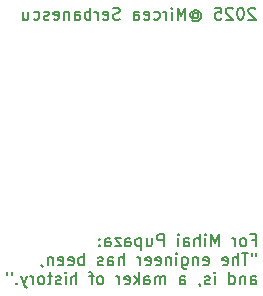
<source format=gbr>
%TF.GenerationSoftware,KiCad,Pcbnew,8.0.3*%
%TF.CreationDate,2025-04-22T23:10:12+03:00*%
%TF.ProjectId,mihai555,6d696861-6935-4353-952e-6b696361645f,rev?*%
%TF.SameCoordinates,Original*%
%TF.FileFunction,Legend,Bot*%
%TF.FilePolarity,Positive*%
%FSLAX46Y46*%
G04 Gerber Fmt 4.6, Leading zero omitted, Abs format (unit mm)*
G04 Created by KiCad (PCBNEW 8.0.3) date 2025-04-22 23:10:12*
%MOMM*%
%LPD*%
G01*
G04 APERTURE LIST*
%ADD10C,0.150000*%
G04 APERTURE END LIST*
D10*
X73329887Y-93426121D02*
X73663220Y-93426121D01*
X73663220Y-93949931D02*
X73663220Y-92949931D01*
X73663220Y-92949931D02*
X73187030Y-92949931D01*
X72663220Y-93949931D02*
X72758458Y-93902312D01*
X72758458Y-93902312D02*
X72806077Y-93854692D01*
X72806077Y-93854692D02*
X72853696Y-93759454D01*
X72853696Y-93759454D02*
X72853696Y-93473740D01*
X72853696Y-93473740D02*
X72806077Y-93378502D01*
X72806077Y-93378502D02*
X72758458Y-93330883D01*
X72758458Y-93330883D02*
X72663220Y-93283264D01*
X72663220Y-93283264D02*
X72520363Y-93283264D01*
X72520363Y-93283264D02*
X72425125Y-93330883D01*
X72425125Y-93330883D02*
X72377506Y-93378502D01*
X72377506Y-93378502D02*
X72329887Y-93473740D01*
X72329887Y-93473740D02*
X72329887Y-93759454D01*
X72329887Y-93759454D02*
X72377506Y-93854692D01*
X72377506Y-93854692D02*
X72425125Y-93902312D01*
X72425125Y-93902312D02*
X72520363Y-93949931D01*
X72520363Y-93949931D02*
X72663220Y-93949931D01*
X71901315Y-93949931D02*
X71901315Y-93283264D01*
X71901315Y-93473740D02*
X71853696Y-93378502D01*
X71853696Y-93378502D02*
X71806077Y-93330883D01*
X71806077Y-93330883D02*
X71710839Y-93283264D01*
X71710839Y-93283264D02*
X71615601Y-93283264D01*
X70520362Y-93949931D02*
X70520362Y-92949931D01*
X70520362Y-92949931D02*
X70187029Y-93664216D01*
X70187029Y-93664216D02*
X69853696Y-92949931D01*
X69853696Y-92949931D02*
X69853696Y-93949931D01*
X69377505Y-93949931D02*
X69377505Y-93283264D01*
X69377505Y-92949931D02*
X69425124Y-92997550D01*
X69425124Y-92997550D02*
X69377505Y-93045169D01*
X69377505Y-93045169D02*
X69329886Y-92997550D01*
X69329886Y-92997550D02*
X69377505Y-92949931D01*
X69377505Y-92949931D02*
X69377505Y-93045169D01*
X68901315Y-93949931D02*
X68901315Y-92949931D01*
X68472744Y-93949931D02*
X68472744Y-93426121D01*
X68472744Y-93426121D02*
X68520363Y-93330883D01*
X68520363Y-93330883D02*
X68615601Y-93283264D01*
X68615601Y-93283264D02*
X68758458Y-93283264D01*
X68758458Y-93283264D02*
X68853696Y-93330883D01*
X68853696Y-93330883D02*
X68901315Y-93378502D01*
X67567982Y-93949931D02*
X67567982Y-93426121D01*
X67567982Y-93426121D02*
X67615601Y-93330883D01*
X67615601Y-93330883D02*
X67710839Y-93283264D01*
X67710839Y-93283264D02*
X67901315Y-93283264D01*
X67901315Y-93283264D02*
X67996553Y-93330883D01*
X67567982Y-93902312D02*
X67663220Y-93949931D01*
X67663220Y-93949931D02*
X67901315Y-93949931D01*
X67901315Y-93949931D02*
X67996553Y-93902312D01*
X67996553Y-93902312D02*
X68044172Y-93807073D01*
X68044172Y-93807073D02*
X68044172Y-93711835D01*
X68044172Y-93711835D02*
X67996553Y-93616597D01*
X67996553Y-93616597D02*
X67901315Y-93568978D01*
X67901315Y-93568978D02*
X67663220Y-93568978D01*
X67663220Y-93568978D02*
X67567982Y-93521359D01*
X67091791Y-93949931D02*
X67091791Y-93283264D01*
X67091791Y-92949931D02*
X67139410Y-92997550D01*
X67139410Y-92997550D02*
X67091791Y-93045169D01*
X67091791Y-93045169D02*
X67044172Y-92997550D01*
X67044172Y-92997550D02*
X67091791Y-92949931D01*
X67091791Y-92949931D02*
X67091791Y-93045169D01*
X65853696Y-93949931D02*
X65853696Y-92949931D01*
X65853696Y-92949931D02*
X65472744Y-92949931D01*
X65472744Y-92949931D02*
X65377506Y-92997550D01*
X65377506Y-92997550D02*
X65329887Y-93045169D01*
X65329887Y-93045169D02*
X65282268Y-93140407D01*
X65282268Y-93140407D02*
X65282268Y-93283264D01*
X65282268Y-93283264D02*
X65329887Y-93378502D01*
X65329887Y-93378502D02*
X65377506Y-93426121D01*
X65377506Y-93426121D02*
X65472744Y-93473740D01*
X65472744Y-93473740D02*
X65853696Y-93473740D01*
X64425125Y-93283264D02*
X64425125Y-93949931D01*
X64853696Y-93283264D02*
X64853696Y-93807073D01*
X64853696Y-93807073D02*
X64806077Y-93902312D01*
X64806077Y-93902312D02*
X64710839Y-93949931D01*
X64710839Y-93949931D02*
X64567982Y-93949931D01*
X64567982Y-93949931D02*
X64472744Y-93902312D01*
X64472744Y-93902312D02*
X64425125Y-93854692D01*
X63948934Y-93283264D02*
X63948934Y-94283264D01*
X63948934Y-93330883D02*
X63853696Y-93283264D01*
X63853696Y-93283264D02*
X63663220Y-93283264D01*
X63663220Y-93283264D02*
X63567982Y-93330883D01*
X63567982Y-93330883D02*
X63520363Y-93378502D01*
X63520363Y-93378502D02*
X63472744Y-93473740D01*
X63472744Y-93473740D02*
X63472744Y-93759454D01*
X63472744Y-93759454D02*
X63520363Y-93854692D01*
X63520363Y-93854692D02*
X63567982Y-93902312D01*
X63567982Y-93902312D02*
X63663220Y-93949931D01*
X63663220Y-93949931D02*
X63853696Y-93949931D01*
X63853696Y-93949931D02*
X63948934Y-93902312D01*
X62615601Y-93949931D02*
X62615601Y-93426121D01*
X62615601Y-93426121D02*
X62663220Y-93330883D01*
X62663220Y-93330883D02*
X62758458Y-93283264D01*
X62758458Y-93283264D02*
X62948934Y-93283264D01*
X62948934Y-93283264D02*
X63044172Y-93330883D01*
X62615601Y-93902312D02*
X62710839Y-93949931D01*
X62710839Y-93949931D02*
X62948934Y-93949931D01*
X62948934Y-93949931D02*
X63044172Y-93902312D01*
X63044172Y-93902312D02*
X63091791Y-93807073D01*
X63091791Y-93807073D02*
X63091791Y-93711835D01*
X63091791Y-93711835D02*
X63044172Y-93616597D01*
X63044172Y-93616597D02*
X62948934Y-93568978D01*
X62948934Y-93568978D02*
X62710839Y-93568978D01*
X62710839Y-93568978D02*
X62615601Y-93521359D01*
X62234648Y-93283264D02*
X61710839Y-93283264D01*
X61710839Y-93283264D02*
X62234648Y-93949931D01*
X62234648Y-93949931D02*
X61710839Y-93949931D01*
X60901315Y-93949931D02*
X60901315Y-93426121D01*
X60901315Y-93426121D02*
X60948934Y-93330883D01*
X60948934Y-93330883D02*
X61044172Y-93283264D01*
X61044172Y-93283264D02*
X61234648Y-93283264D01*
X61234648Y-93283264D02*
X61329886Y-93330883D01*
X60901315Y-93902312D02*
X60996553Y-93949931D01*
X60996553Y-93949931D02*
X61234648Y-93949931D01*
X61234648Y-93949931D02*
X61329886Y-93902312D01*
X61329886Y-93902312D02*
X61377505Y-93807073D01*
X61377505Y-93807073D02*
X61377505Y-93711835D01*
X61377505Y-93711835D02*
X61329886Y-93616597D01*
X61329886Y-93616597D02*
X61234648Y-93568978D01*
X61234648Y-93568978D02*
X60996553Y-93568978D01*
X60996553Y-93568978D02*
X60901315Y-93521359D01*
X60425124Y-93854692D02*
X60377505Y-93902312D01*
X60377505Y-93902312D02*
X60425124Y-93949931D01*
X60425124Y-93949931D02*
X60472743Y-93902312D01*
X60472743Y-93902312D02*
X60425124Y-93854692D01*
X60425124Y-93854692D02*
X60425124Y-93949931D01*
X60425124Y-93330883D02*
X60377505Y-93378502D01*
X60377505Y-93378502D02*
X60425124Y-93426121D01*
X60425124Y-93426121D02*
X60472743Y-93378502D01*
X60472743Y-93378502D02*
X60425124Y-93330883D01*
X60425124Y-93330883D02*
X60425124Y-93426121D01*
X73710839Y-94559875D02*
X73710839Y-94750351D01*
X73329887Y-94559875D02*
X73329887Y-94750351D01*
X73044172Y-94559875D02*
X72472744Y-94559875D01*
X72758458Y-95559875D02*
X72758458Y-94559875D01*
X72139410Y-95559875D02*
X72139410Y-94559875D01*
X71710839Y-95559875D02*
X71710839Y-95036065D01*
X71710839Y-95036065D02*
X71758458Y-94940827D01*
X71758458Y-94940827D02*
X71853696Y-94893208D01*
X71853696Y-94893208D02*
X71996553Y-94893208D01*
X71996553Y-94893208D02*
X72091791Y-94940827D01*
X72091791Y-94940827D02*
X72139410Y-94988446D01*
X70853696Y-95512256D02*
X70948934Y-95559875D01*
X70948934Y-95559875D02*
X71139410Y-95559875D01*
X71139410Y-95559875D02*
X71234648Y-95512256D01*
X71234648Y-95512256D02*
X71282267Y-95417017D01*
X71282267Y-95417017D02*
X71282267Y-95036065D01*
X71282267Y-95036065D02*
X71234648Y-94940827D01*
X71234648Y-94940827D02*
X71139410Y-94893208D01*
X71139410Y-94893208D02*
X70948934Y-94893208D01*
X70948934Y-94893208D02*
X70853696Y-94940827D01*
X70853696Y-94940827D02*
X70806077Y-95036065D01*
X70806077Y-95036065D02*
X70806077Y-95131303D01*
X70806077Y-95131303D02*
X71282267Y-95226541D01*
X69234648Y-95512256D02*
X69329886Y-95559875D01*
X69329886Y-95559875D02*
X69520362Y-95559875D01*
X69520362Y-95559875D02*
X69615600Y-95512256D01*
X69615600Y-95512256D02*
X69663219Y-95417017D01*
X69663219Y-95417017D02*
X69663219Y-95036065D01*
X69663219Y-95036065D02*
X69615600Y-94940827D01*
X69615600Y-94940827D02*
X69520362Y-94893208D01*
X69520362Y-94893208D02*
X69329886Y-94893208D01*
X69329886Y-94893208D02*
X69234648Y-94940827D01*
X69234648Y-94940827D02*
X69187029Y-95036065D01*
X69187029Y-95036065D02*
X69187029Y-95131303D01*
X69187029Y-95131303D02*
X69663219Y-95226541D01*
X68758457Y-94893208D02*
X68758457Y-95559875D01*
X68758457Y-94988446D02*
X68710838Y-94940827D01*
X68710838Y-94940827D02*
X68615600Y-94893208D01*
X68615600Y-94893208D02*
X68472743Y-94893208D01*
X68472743Y-94893208D02*
X68377505Y-94940827D01*
X68377505Y-94940827D02*
X68329886Y-95036065D01*
X68329886Y-95036065D02*
X68329886Y-95559875D01*
X67425124Y-94893208D02*
X67425124Y-95702732D01*
X67425124Y-95702732D02*
X67472743Y-95797970D01*
X67472743Y-95797970D02*
X67520362Y-95845589D01*
X67520362Y-95845589D02*
X67615600Y-95893208D01*
X67615600Y-95893208D02*
X67758457Y-95893208D01*
X67758457Y-95893208D02*
X67853695Y-95845589D01*
X67425124Y-95512256D02*
X67520362Y-95559875D01*
X67520362Y-95559875D02*
X67710838Y-95559875D01*
X67710838Y-95559875D02*
X67806076Y-95512256D01*
X67806076Y-95512256D02*
X67853695Y-95464636D01*
X67853695Y-95464636D02*
X67901314Y-95369398D01*
X67901314Y-95369398D02*
X67901314Y-95083684D01*
X67901314Y-95083684D02*
X67853695Y-94988446D01*
X67853695Y-94988446D02*
X67806076Y-94940827D01*
X67806076Y-94940827D02*
X67710838Y-94893208D01*
X67710838Y-94893208D02*
X67520362Y-94893208D01*
X67520362Y-94893208D02*
X67425124Y-94940827D01*
X66948933Y-95559875D02*
X66948933Y-94893208D01*
X66948933Y-94559875D02*
X66996552Y-94607494D01*
X66996552Y-94607494D02*
X66948933Y-94655113D01*
X66948933Y-94655113D02*
X66901314Y-94607494D01*
X66901314Y-94607494D02*
X66948933Y-94559875D01*
X66948933Y-94559875D02*
X66948933Y-94655113D01*
X66472743Y-94893208D02*
X66472743Y-95559875D01*
X66472743Y-94988446D02*
X66425124Y-94940827D01*
X66425124Y-94940827D02*
X66329886Y-94893208D01*
X66329886Y-94893208D02*
X66187029Y-94893208D01*
X66187029Y-94893208D02*
X66091791Y-94940827D01*
X66091791Y-94940827D02*
X66044172Y-95036065D01*
X66044172Y-95036065D02*
X66044172Y-95559875D01*
X65187029Y-95512256D02*
X65282267Y-95559875D01*
X65282267Y-95559875D02*
X65472743Y-95559875D01*
X65472743Y-95559875D02*
X65567981Y-95512256D01*
X65567981Y-95512256D02*
X65615600Y-95417017D01*
X65615600Y-95417017D02*
X65615600Y-95036065D01*
X65615600Y-95036065D02*
X65567981Y-94940827D01*
X65567981Y-94940827D02*
X65472743Y-94893208D01*
X65472743Y-94893208D02*
X65282267Y-94893208D01*
X65282267Y-94893208D02*
X65187029Y-94940827D01*
X65187029Y-94940827D02*
X65139410Y-95036065D01*
X65139410Y-95036065D02*
X65139410Y-95131303D01*
X65139410Y-95131303D02*
X65615600Y-95226541D01*
X64329886Y-95512256D02*
X64425124Y-95559875D01*
X64425124Y-95559875D02*
X64615600Y-95559875D01*
X64615600Y-95559875D02*
X64710838Y-95512256D01*
X64710838Y-95512256D02*
X64758457Y-95417017D01*
X64758457Y-95417017D02*
X64758457Y-95036065D01*
X64758457Y-95036065D02*
X64710838Y-94940827D01*
X64710838Y-94940827D02*
X64615600Y-94893208D01*
X64615600Y-94893208D02*
X64425124Y-94893208D01*
X64425124Y-94893208D02*
X64329886Y-94940827D01*
X64329886Y-94940827D02*
X64282267Y-95036065D01*
X64282267Y-95036065D02*
X64282267Y-95131303D01*
X64282267Y-95131303D02*
X64758457Y-95226541D01*
X63853695Y-95559875D02*
X63853695Y-94893208D01*
X63853695Y-95083684D02*
X63806076Y-94988446D01*
X63806076Y-94988446D02*
X63758457Y-94940827D01*
X63758457Y-94940827D02*
X63663219Y-94893208D01*
X63663219Y-94893208D02*
X63567981Y-94893208D01*
X62472742Y-95559875D02*
X62472742Y-94559875D01*
X62044171Y-95559875D02*
X62044171Y-95036065D01*
X62044171Y-95036065D02*
X62091790Y-94940827D01*
X62091790Y-94940827D02*
X62187028Y-94893208D01*
X62187028Y-94893208D02*
X62329885Y-94893208D01*
X62329885Y-94893208D02*
X62425123Y-94940827D01*
X62425123Y-94940827D02*
X62472742Y-94988446D01*
X61139409Y-95559875D02*
X61139409Y-95036065D01*
X61139409Y-95036065D02*
X61187028Y-94940827D01*
X61187028Y-94940827D02*
X61282266Y-94893208D01*
X61282266Y-94893208D02*
X61472742Y-94893208D01*
X61472742Y-94893208D02*
X61567980Y-94940827D01*
X61139409Y-95512256D02*
X61234647Y-95559875D01*
X61234647Y-95559875D02*
X61472742Y-95559875D01*
X61472742Y-95559875D02*
X61567980Y-95512256D01*
X61567980Y-95512256D02*
X61615599Y-95417017D01*
X61615599Y-95417017D02*
X61615599Y-95321779D01*
X61615599Y-95321779D02*
X61567980Y-95226541D01*
X61567980Y-95226541D02*
X61472742Y-95178922D01*
X61472742Y-95178922D02*
X61234647Y-95178922D01*
X61234647Y-95178922D02*
X61139409Y-95131303D01*
X60710837Y-95512256D02*
X60615599Y-95559875D01*
X60615599Y-95559875D02*
X60425123Y-95559875D01*
X60425123Y-95559875D02*
X60329885Y-95512256D01*
X60329885Y-95512256D02*
X60282266Y-95417017D01*
X60282266Y-95417017D02*
X60282266Y-95369398D01*
X60282266Y-95369398D02*
X60329885Y-95274160D01*
X60329885Y-95274160D02*
X60425123Y-95226541D01*
X60425123Y-95226541D02*
X60567980Y-95226541D01*
X60567980Y-95226541D02*
X60663218Y-95178922D01*
X60663218Y-95178922D02*
X60710837Y-95083684D01*
X60710837Y-95083684D02*
X60710837Y-95036065D01*
X60710837Y-95036065D02*
X60663218Y-94940827D01*
X60663218Y-94940827D02*
X60567980Y-94893208D01*
X60567980Y-94893208D02*
X60425123Y-94893208D01*
X60425123Y-94893208D02*
X60329885Y-94940827D01*
X59091789Y-95559875D02*
X59091789Y-94559875D01*
X59091789Y-94940827D02*
X58996551Y-94893208D01*
X58996551Y-94893208D02*
X58806075Y-94893208D01*
X58806075Y-94893208D02*
X58710837Y-94940827D01*
X58710837Y-94940827D02*
X58663218Y-94988446D01*
X58663218Y-94988446D02*
X58615599Y-95083684D01*
X58615599Y-95083684D02*
X58615599Y-95369398D01*
X58615599Y-95369398D02*
X58663218Y-95464636D01*
X58663218Y-95464636D02*
X58710837Y-95512256D01*
X58710837Y-95512256D02*
X58806075Y-95559875D01*
X58806075Y-95559875D02*
X58996551Y-95559875D01*
X58996551Y-95559875D02*
X59091789Y-95512256D01*
X57806075Y-95512256D02*
X57901313Y-95559875D01*
X57901313Y-95559875D02*
X58091789Y-95559875D01*
X58091789Y-95559875D02*
X58187027Y-95512256D01*
X58187027Y-95512256D02*
X58234646Y-95417017D01*
X58234646Y-95417017D02*
X58234646Y-95036065D01*
X58234646Y-95036065D02*
X58187027Y-94940827D01*
X58187027Y-94940827D02*
X58091789Y-94893208D01*
X58091789Y-94893208D02*
X57901313Y-94893208D01*
X57901313Y-94893208D02*
X57806075Y-94940827D01*
X57806075Y-94940827D02*
X57758456Y-95036065D01*
X57758456Y-95036065D02*
X57758456Y-95131303D01*
X57758456Y-95131303D02*
X58234646Y-95226541D01*
X56948932Y-95512256D02*
X57044170Y-95559875D01*
X57044170Y-95559875D02*
X57234646Y-95559875D01*
X57234646Y-95559875D02*
X57329884Y-95512256D01*
X57329884Y-95512256D02*
X57377503Y-95417017D01*
X57377503Y-95417017D02*
X57377503Y-95036065D01*
X57377503Y-95036065D02*
X57329884Y-94940827D01*
X57329884Y-94940827D02*
X57234646Y-94893208D01*
X57234646Y-94893208D02*
X57044170Y-94893208D01*
X57044170Y-94893208D02*
X56948932Y-94940827D01*
X56948932Y-94940827D02*
X56901313Y-95036065D01*
X56901313Y-95036065D02*
X56901313Y-95131303D01*
X56901313Y-95131303D02*
X57377503Y-95226541D01*
X56472741Y-94893208D02*
X56472741Y-95559875D01*
X56472741Y-94988446D02*
X56425122Y-94940827D01*
X56425122Y-94940827D02*
X56329884Y-94893208D01*
X56329884Y-94893208D02*
X56187027Y-94893208D01*
X56187027Y-94893208D02*
X56091789Y-94940827D01*
X56091789Y-94940827D02*
X56044170Y-95036065D01*
X56044170Y-95036065D02*
X56044170Y-95559875D01*
X55520360Y-95512256D02*
X55520360Y-95559875D01*
X55520360Y-95559875D02*
X55567979Y-95655113D01*
X55567979Y-95655113D02*
X55615598Y-95702732D01*
X73234649Y-97169819D02*
X73234649Y-96646009D01*
X73234649Y-96646009D02*
X73282268Y-96550771D01*
X73282268Y-96550771D02*
X73377506Y-96503152D01*
X73377506Y-96503152D02*
X73567982Y-96503152D01*
X73567982Y-96503152D02*
X73663220Y-96550771D01*
X73234649Y-97122200D02*
X73329887Y-97169819D01*
X73329887Y-97169819D02*
X73567982Y-97169819D01*
X73567982Y-97169819D02*
X73663220Y-97122200D01*
X73663220Y-97122200D02*
X73710839Y-97026961D01*
X73710839Y-97026961D02*
X73710839Y-96931723D01*
X73710839Y-96931723D02*
X73663220Y-96836485D01*
X73663220Y-96836485D02*
X73567982Y-96788866D01*
X73567982Y-96788866D02*
X73329887Y-96788866D01*
X73329887Y-96788866D02*
X73234649Y-96741247D01*
X72758458Y-96503152D02*
X72758458Y-97169819D01*
X72758458Y-96598390D02*
X72710839Y-96550771D01*
X72710839Y-96550771D02*
X72615601Y-96503152D01*
X72615601Y-96503152D02*
X72472744Y-96503152D01*
X72472744Y-96503152D02*
X72377506Y-96550771D01*
X72377506Y-96550771D02*
X72329887Y-96646009D01*
X72329887Y-96646009D02*
X72329887Y-97169819D01*
X71425125Y-97169819D02*
X71425125Y-96169819D01*
X71425125Y-97122200D02*
X71520363Y-97169819D01*
X71520363Y-97169819D02*
X71710839Y-97169819D01*
X71710839Y-97169819D02*
X71806077Y-97122200D01*
X71806077Y-97122200D02*
X71853696Y-97074580D01*
X71853696Y-97074580D02*
X71901315Y-96979342D01*
X71901315Y-96979342D02*
X71901315Y-96693628D01*
X71901315Y-96693628D02*
X71853696Y-96598390D01*
X71853696Y-96598390D02*
X71806077Y-96550771D01*
X71806077Y-96550771D02*
X71710839Y-96503152D01*
X71710839Y-96503152D02*
X71520363Y-96503152D01*
X71520363Y-96503152D02*
X71425125Y-96550771D01*
X70187029Y-97169819D02*
X70187029Y-96503152D01*
X70187029Y-96169819D02*
X70234648Y-96217438D01*
X70234648Y-96217438D02*
X70187029Y-96265057D01*
X70187029Y-96265057D02*
X70139410Y-96217438D01*
X70139410Y-96217438D02*
X70187029Y-96169819D01*
X70187029Y-96169819D02*
X70187029Y-96265057D01*
X69758458Y-97122200D02*
X69663220Y-97169819D01*
X69663220Y-97169819D02*
X69472744Y-97169819D01*
X69472744Y-97169819D02*
X69377506Y-97122200D01*
X69377506Y-97122200D02*
X69329887Y-97026961D01*
X69329887Y-97026961D02*
X69329887Y-96979342D01*
X69329887Y-96979342D02*
X69377506Y-96884104D01*
X69377506Y-96884104D02*
X69472744Y-96836485D01*
X69472744Y-96836485D02*
X69615601Y-96836485D01*
X69615601Y-96836485D02*
X69710839Y-96788866D01*
X69710839Y-96788866D02*
X69758458Y-96693628D01*
X69758458Y-96693628D02*
X69758458Y-96646009D01*
X69758458Y-96646009D02*
X69710839Y-96550771D01*
X69710839Y-96550771D02*
X69615601Y-96503152D01*
X69615601Y-96503152D02*
X69472744Y-96503152D01*
X69472744Y-96503152D02*
X69377506Y-96550771D01*
X68853696Y-97122200D02*
X68853696Y-97169819D01*
X68853696Y-97169819D02*
X68901315Y-97265057D01*
X68901315Y-97265057D02*
X68948934Y-97312676D01*
X67234649Y-97169819D02*
X67234649Y-96646009D01*
X67234649Y-96646009D02*
X67282268Y-96550771D01*
X67282268Y-96550771D02*
X67377506Y-96503152D01*
X67377506Y-96503152D02*
X67567982Y-96503152D01*
X67567982Y-96503152D02*
X67663220Y-96550771D01*
X67234649Y-97122200D02*
X67329887Y-97169819D01*
X67329887Y-97169819D02*
X67567982Y-97169819D01*
X67567982Y-97169819D02*
X67663220Y-97122200D01*
X67663220Y-97122200D02*
X67710839Y-97026961D01*
X67710839Y-97026961D02*
X67710839Y-96931723D01*
X67710839Y-96931723D02*
X67663220Y-96836485D01*
X67663220Y-96836485D02*
X67567982Y-96788866D01*
X67567982Y-96788866D02*
X67329887Y-96788866D01*
X67329887Y-96788866D02*
X67234649Y-96741247D01*
X65996553Y-97169819D02*
X65996553Y-96503152D01*
X65996553Y-96598390D02*
X65948934Y-96550771D01*
X65948934Y-96550771D02*
X65853696Y-96503152D01*
X65853696Y-96503152D02*
X65710839Y-96503152D01*
X65710839Y-96503152D02*
X65615601Y-96550771D01*
X65615601Y-96550771D02*
X65567982Y-96646009D01*
X65567982Y-96646009D02*
X65567982Y-97169819D01*
X65567982Y-96646009D02*
X65520363Y-96550771D01*
X65520363Y-96550771D02*
X65425125Y-96503152D01*
X65425125Y-96503152D02*
X65282268Y-96503152D01*
X65282268Y-96503152D02*
X65187029Y-96550771D01*
X65187029Y-96550771D02*
X65139410Y-96646009D01*
X65139410Y-96646009D02*
X65139410Y-97169819D01*
X64234649Y-97169819D02*
X64234649Y-96646009D01*
X64234649Y-96646009D02*
X64282268Y-96550771D01*
X64282268Y-96550771D02*
X64377506Y-96503152D01*
X64377506Y-96503152D02*
X64567982Y-96503152D01*
X64567982Y-96503152D02*
X64663220Y-96550771D01*
X64234649Y-97122200D02*
X64329887Y-97169819D01*
X64329887Y-97169819D02*
X64567982Y-97169819D01*
X64567982Y-97169819D02*
X64663220Y-97122200D01*
X64663220Y-97122200D02*
X64710839Y-97026961D01*
X64710839Y-97026961D02*
X64710839Y-96931723D01*
X64710839Y-96931723D02*
X64663220Y-96836485D01*
X64663220Y-96836485D02*
X64567982Y-96788866D01*
X64567982Y-96788866D02*
X64329887Y-96788866D01*
X64329887Y-96788866D02*
X64234649Y-96741247D01*
X63758458Y-97169819D02*
X63758458Y-96169819D01*
X63663220Y-96788866D02*
X63377506Y-97169819D01*
X63377506Y-96503152D02*
X63758458Y-96884104D01*
X62567982Y-97122200D02*
X62663220Y-97169819D01*
X62663220Y-97169819D02*
X62853696Y-97169819D01*
X62853696Y-97169819D02*
X62948934Y-97122200D01*
X62948934Y-97122200D02*
X62996553Y-97026961D01*
X62996553Y-97026961D02*
X62996553Y-96646009D01*
X62996553Y-96646009D02*
X62948934Y-96550771D01*
X62948934Y-96550771D02*
X62853696Y-96503152D01*
X62853696Y-96503152D02*
X62663220Y-96503152D01*
X62663220Y-96503152D02*
X62567982Y-96550771D01*
X62567982Y-96550771D02*
X62520363Y-96646009D01*
X62520363Y-96646009D02*
X62520363Y-96741247D01*
X62520363Y-96741247D02*
X62996553Y-96836485D01*
X62091791Y-97169819D02*
X62091791Y-96503152D01*
X62091791Y-96693628D02*
X62044172Y-96598390D01*
X62044172Y-96598390D02*
X61996553Y-96550771D01*
X61996553Y-96550771D02*
X61901315Y-96503152D01*
X61901315Y-96503152D02*
X61806077Y-96503152D01*
X60567981Y-97169819D02*
X60663219Y-97122200D01*
X60663219Y-97122200D02*
X60710838Y-97074580D01*
X60710838Y-97074580D02*
X60758457Y-96979342D01*
X60758457Y-96979342D02*
X60758457Y-96693628D01*
X60758457Y-96693628D02*
X60710838Y-96598390D01*
X60710838Y-96598390D02*
X60663219Y-96550771D01*
X60663219Y-96550771D02*
X60567981Y-96503152D01*
X60567981Y-96503152D02*
X60425124Y-96503152D01*
X60425124Y-96503152D02*
X60329886Y-96550771D01*
X60329886Y-96550771D02*
X60282267Y-96598390D01*
X60282267Y-96598390D02*
X60234648Y-96693628D01*
X60234648Y-96693628D02*
X60234648Y-96979342D01*
X60234648Y-96979342D02*
X60282267Y-97074580D01*
X60282267Y-97074580D02*
X60329886Y-97122200D01*
X60329886Y-97122200D02*
X60425124Y-97169819D01*
X60425124Y-97169819D02*
X60567981Y-97169819D01*
X59948933Y-96503152D02*
X59567981Y-96503152D01*
X59806076Y-97169819D02*
X59806076Y-96312676D01*
X59806076Y-96312676D02*
X59758457Y-96217438D01*
X59758457Y-96217438D02*
X59663219Y-96169819D01*
X59663219Y-96169819D02*
X59567981Y-96169819D01*
X58472742Y-97169819D02*
X58472742Y-96169819D01*
X58044171Y-97169819D02*
X58044171Y-96646009D01*
X58044171Y-96646009D02*
X58091790Y-96550771D01*
X58091790Y-96550771D02*
X58187028Y-96503152D01*
X58187028Y-96503152D02*
X58329885Y-96503152D01*
X58329885Y-96503152D02*
X58425123Y-96550771D01*
X58425123Y-96550771D02*
X58472742Y-96598390D01*
X57567980Y-97169819D02*
X57567980Y-96503152D01*
X57567980Y-96169819D02*
X57615599Y-96217438D01*
X57615599Y-96217438D02*
X57567980Y-96265057D01*
X57567980Y-96265057D02*
X57520361Y-96217438D01*
X57520361Y-96217438D02*
X57567980Y-96169819D01*
X57567980Y-96169819D02*
X57567980Y-96265057D01*
X57139409Y-97122200D02*
X57044171Y-97169819D01*
X57044171Y-97169819D02*
X56853695Y-97169819D01*
X56853695Y-97169819D02*
X56758457Y-97122200D01*
X56758457Y-97122200D02*
X56710838Y-97026961D01*
X56710838Y-97026961D02*
X56710838Y-96979342D01*
X56710838Y-96979342D02*
X56758457Y-96884104D01*
X56758457Y-96884104D02*
X56853695Y-96836485D01*
X56853695Y-96836485D02*
X56996552Y-96836485D01*
X56996552Y-96836485D02*
X57091790Y-96788866D01*
X57091790Y-96788866D02*
X57139409Y-96693628D01*
X57139409Y-96693628D02*
X57139409Y-96646009D01*
X57139409Y-96646009D02*
X57091790Y-96550771D01*
X57091790Y-96550771D02*
X56996552Y-96503152D01*
X56996552Y-96503152D02*
X56853695Y-96503152D01*
X56853695Y-96503152D02*
X56758457Y-96550771D01*
X56425123Y-96503152D02*
X56044171Y-96503152D01*
X56282266Y-96169819D02*
X56282266Y-97026961D01*
X56282266Y-97026961D02*
X56234647Y-97122200D01*
X56234647Y-97122200D02*
X56139409Y-97169819D01*
X56139409Y-97169819D02*
X56044171Y-97169819D01*
X55567980Y-97169819D02*
X55663218Y-97122200D01*
X55663218Y-97122200D02*
X55710837Y-97074580D01*
X55710837Y-97074580D02*
X55758456Y-96979342D01*
X55758456Y-96979342D02*
X55758456Y-96693628D01*
X55758456Y-96693628D02*
X55710837Y-96598390D01*
X55710837Y-96598390D02*
X55663218Y-96550771D01*
X55663218Y-96550771D02*
X55567980Y-96503152D01*
X55567980Y-96503152D02*
X55425123Y-96503152D01*
X55425123Y-96503152D02*
X55329885Y-96550771D01*
X55329885Y-96550771D02*
X55282266Y-96598390D01*
X55282266Y-96598390D02*
X55234647Y-96693628D01*
X55234647Y-96693628D02*
X55234647Y-96979342D01*
X55234647Y-96979342D02*
X55282266Y-97074580D01*
X55282266Y-97074580D02*
X55329885Y-97122200D01*
X55329885Y-97122200D02*
X55425123Y-97169819D01*
X55425123Y-97169819D02*
X55567980Y-97169819D01*
X54806075Y-97169819D02*
X54806075Y-96503152D01*
X54806075Y-96693628D02*
X54758456Y-96598390D01*
X54758456Y-96598390D02*
X54710837Y-96550771D01*
X54710837Y-96550771D02*
X54615599Y-96503152D01*
X54615599Y-96503152D02*
X54520361Y-96503152D01*
X54282265Y-96503152D02*
X54044170Y-97169819D01*
X53806075Y-96503152D02*
X54044170Y-97169819D01*
X54044170Y-97169819D02*
X54139408Y-97407914D01*
X54139408Y-97407914D02*
X54187027Y-97455533D01*
X54187027Y-97455533D02*
X54282265Y-97503152D01*
X53425122Y-97074580D02*
X53377503Y-97122200D01*
X53377503Y-97122200D02*
X53425122Y-97169819D01*
X53425122Y-97169819D02*
X53472741Y-97122200D01*
X53472741Y-97122200D02*
X53425122Y-97074580D01*
X53425122Y-97074580D02*
X53425122Y-97169819D01*
X52996551Y-96169819D02*
X52996551Y-96360295D01*
X52615599Y-96169819D02*
X52615599Y-96360295D01*
X73610839Y-73865057D02*
X73563220Y-73817438D01*
X73563220Y-73817438D02*
X73467982Y-73769819D01*
X73467982Y-73769819D02*
X73229887Y-73769819D01*
X73229887Y-73769819D02*
X73134649Y-73817438D01*
X73134649Y-73817438D02*
X73087030Y-73865057D01*
X73087030Y-73865057D02*
X73039411Y-73960295D01*
X73039411Y-73960295D02*
X73039411Y-74055533D01*
X73039411Y-74055533D02*
X73087030Y-74198390D01*
X73087030Y-74198390D02*
X73658458Y-74769819D01*
X73658458Y-74769819D02*
X73039411Y-74769819D01*
X72420363Y-73769819D02*
X72325125Y-73769819D01*
X72325125Y-73769819D02*
X72229887Y-73817438D01*
X72229887Y-73817438D02*
X72182268Y-73865057D01*
X72182268Y-73865057D02*
X72134649Y-73960295D01*
X72134649Y-73960295D02*
X72087030Y-74150771D01*
X72087030Y-74150771D02*
X72087030Y-74388866D01*
X72087030Y-74388866D02*
X72134649Y-74579342D01*
X72134649Y-74579342D02*
X72182268Y-74674580D01*
X72182268Y-74674580D02*
X72229887Y-74722200D01*
X72229887Y-74722200D02*
X72325125Y-74769819D01*
X72325125Y-74769819D02*
X72420363Y-74769819D01*
X72420363Y-74769819D02*
X72515601Y-74722200D01*
X72515601Y-74722200D02*
X72563220Y-74674580D01*
X72563220Y-74674580D02*
X72610839Y-74579342D01*
X72610839Y-74579342D02*
X72658458Y-74388866D01*
X72658458Y-74388866D02*
X72658458Y-74150771D01*
X72658458Y-74150771D02*
X72610839Y-73960295D01*
X72610839Y-73960295D02*
X72563220Y-73865057D01*
X72563220Y-73865057D02*
X72515601Y-73817438D01*
X72515601Y-73817438D02*
X72420363Y-73769819D01*
X71706077Y-73865057D02*
X71658458Y-73817438D01*
X71658458Y-73817438D02*
X71563220Y-73769819D01*
X71563220Y-73769819D02*
X71325125Y-73769819D01*
X71325125Y-73769819D02*
X71229887Y-73817438D01*
X71229887Y-73817438D02*
X71182268Y-73865057D01*
X71182268Y-73865057D02*
X71134649Y-73960295D01*
X71134649Y-73960295D02*
X71134649Y-74055533D01*
X71134649Y-74055533D02*
X71182268Y-74198390D01*
X71182268Y-74198390D02*
X71753696Y-74769819D01*
X71753696Y-74769819D02*
X71134649Y-74769819D01*
X70229887Y-73769819D02*
X70706077Y-73769819D01*
X70706077Y-73769819D02*
X70753696Y-74246009D01*
X70753696Y-74246009D02*
X70706077Y-74198390D01*
X70706077Y-74198390D02*
X70610839Y-74150771D01*
X70610839Y-74150771D02*
X70372744Y-74150771D01*
X70372744Y-74150771D02*
X70277506Y-74198390D01*
X70277506Y-74198390D02*
X70229887Y-74246009D01*
X70229887Y-74246009D02*
X70182268Y-74341247D01*
X70182268Y-74341247D02*
X70182268Y-74579342D01*
X70182268Y-74579342D02*
X70229887Y-74674580D01*
X70229887Y-74674580D02*
X70277506Y-74722200D01*
X70277506Y-74722200D02*
X70372744Y-74769819D01*
X70372744Y-74769819D02*
X70610839Y-74769819D01*
X70610839Y-74769819D02*
X70706077Y-74722200D01*
X70706077Y-74722200D02*
X70753696Y-74674580D01*
X68372744Y-74293628D02*
X68420363Y-74246009D01*
X68420363Y-74246009D02*
X68515601Y-74198390D01*
X68515601Y-74198390D02*
X68610839Y-74198390D01*
X68610839Y-74198390D02*
X68706077Y-74246009D01*
X68706077Y-74246009D02*
X68753696Y-74293628D01*
X68753696Y-74293628D02*
X68801315Y-74388866D01*
X68801315Y-74388866D02*
X68801315Y-74484104D01*
X68801315Y-74484104D02*
X68753696Y-74579342D01*
X68753696Y-74579342D02*
X68706077Y-74626961D01*
X68706077Y-74626961D02*
X68610839Y-74674580D01*
X68610839Y-74674580D02*
X68515601Y-74674580D01*
X68515601Y-74674580D02*
X68420363Y-74626961D01*
X68420363Y-74626961D02*
X68372744Y-74579342D01*
X68372744Y-74198390D02*
X68372744Y-74579342D01*
X68372744Y-74579342D02*
X68325125Y-74626961D01*
X68325125Y-74626961D02*
X68277506Y-74626961D01*
X68277506Y-74626961D02*
X68182267Y-74579342D01*
X68182267Y-74579342D02*
X68134648Y-74484104D01*
X68134648Y-74484104D02*
X68134648Y-74246009D01*
X68134648Y-74246009D02*
X68229887Y-74103152D01*
X68229887Y-74103152D02*
X68372744Y-74007914D01*
X68372744Y-74007914D02*
X68563220Y-73960295D01*
X68563220Y-73960295D02*
X68753696Y-74007914D01*
X68753696Y-74007914D02*
X68896553Y-74103152D01*
X68896553Y-74103152D02*
X68991791Y-74246009D01*
X68991791Y-74246009D02*
X69039410Y-74436485D01*
X69039410Y-74436485D02*
X68991791Y-74626961D01*
X68991791Y-74626961D02*
X68896553Y-74769819D01*
X68896553Y-74769819D02*
X68753696Y-74865057D01*
X68753696Y-74865057D02*
X68563220Y-74912676D01*
X68563220Y-74912676D02*
X68372744Y-74865057D01*
X68372744Y-74865057D02*
X68229887Y-74769819D01*
X67706077Y-74769819D02*
X67706077Y-73769819D01*
X67706077Y-73769819D02*
X67372744Y-74484104D01*
X67372744Y-74484104D02*
X67039411Y-73769819D01*
X67039411Y-73769819D02*
X67039411Y-74769819D01*
X66563220Y-74769819D02*
X66563220Y-74103152D01*
X66563220Y-73769819D02*
X66610839Y-73817438D01*
X66610839Y-73817438D02*
X66563220Y-73865057D01*
X66563220Y-73865057D02*
X66515601Y-73817438D01*
X66515601Y-73817438D02*
X66563220Y-73769819D01*
X66563220Y-73769819D02*
X66563220Y-73865057D01*
X66087030Y-74769819D02*
X66087030Y-74103152D01*
X66087030Y-74293628D02*
X66039411Y-74198390D01*
X66039411Y-74198390D02*
X65991792Y-74150771D01*
X65991792Y-74150771D02*
X65896554Y-74103152D01*
X65896554Y-74103152D02*
X65801316Y-74103152D01*
X65039411Y-74722200D02*
X65134649Y-74769819D01*
X65134649Y-74769819D02*
X65325125Y-74769819D01*
X65325125Y-74769819D02*
X65420363Y-74722200D01*
X65420363Y-74722200D02*
X65467982Y-74674580D01*
X65467982Y-74674580D02*
X65515601Y-74579342D01*
X65515601Y-74579342D02*
X65515601Y-74293628D01*
X65515601Y-74293628D02*
X65467982Y-74198390D01*
X65467982Y-74198390D02*
X65420363Y-74150771D01*
X65420363Y-74150771D02*
X65325125Y-74103152D01*
X65325125Y-74103152D02*
X65134649Y-74103152D01*
X65134649Y-74103152D02*
X65039411Y-74150771D01*
X64229887Y-74722200D02*
X64325125Y-74769819D01*
X64325125Y-74769819D02*
X64515601Y-74769819D01*
X64515601Y-74769819D02*
X64610839Y-74722200D01*
X64610839Y-74722200D02*
X64658458Y-74626961D01*
X64658458Y-74626961D02*
X64658458Y-74246009D01*
X64658458Y-74246009D02*
X64610839Y-74150771D01*
X64610839Y-74150771D02*
X64515601Y-74103152D01*
X64515601Y-74103152D02*
X64325125Y-74103152D01*
X64325125Y-74103152D02*
X64229887Y-74150771D01*
X64229887Y-74150771D02*
X64182268Y-74246009D01*
X64182268Y-74246009D02*
X64182268Y-74341247D01*
X64182268Y-74341247D02*
X64658458Y-74436485D01*
X63325125Y-74769819D02*
X63325125Y-74246009D01*
X63325125Y-74246009D02*
X63372744Y-74150771D01*
X63372744Y-74150771D02*
X63467982Y-74103152D01*
X63467982Y-74103152D02*
X63658458Y-74103152D01*
X63658458Y-74103152D02*
X63753696Y-74150771D01*
X63325125Y-74722200D02*
X63420363Y-74769819D01*
X63420363Y-74769819D02*
X63658458Y-74769819D01*
X63658458Y-74769819D02*
X63753696Y-74722200D01*
X63753696Y-74722200D02*
X63801315Y-74626961D01*
X63801315Y-74626961D02*
X63801315Y-74531723D01*
X63801315Y-74531723D02*
X63753696Y-74436485D01*
X63753696Y-74436485D02*
X63658458Y-74388866D01*
X63658458Y-74388866D02*
X63420363Y-74388866D01*
X63420363Y-74388866D02*
X63325125Y-74341247D01*
X62134648Y-74722200D02*
X61991791Y-74769819D01*
X61991791Y-74769819D02*
X61753696Y-74769819D01*
X61753696Y-74769819D02*
X61658458Y-74722200D01*
X61658458Y-74722200D02*
X61610839Y-74674580D01*
X61610839Y-74674580D02*
X61563220Y-74579342D01*
X61563220Y-74579342D02*
X61563220Y-74484104D01*
X61563220Y-74484104D02*
X61610839Y-74388866D01*
X61610839Y-74388866D02*
X61658458Y-74341247D01*
X61658458Y-74341247D02*
X61753696Y-74293628D01*
X61753696Y-74293628D02*
X61944172Y-74246009D01*
X61944172Y-74246009D02*
X62039410Y-74198390D01*
X62039410Y-74198390D02*
X62087029Y-74150771D01*
X62087029Y-74150771D02*
X62134648Y-74055533D01*
X62134648Y-74055533D02*
X62134648Y-73960295D01*
X62134648Y-73960295D02*
X62087029Y-73865057D01*
X62087029Y-73865057D02*
X62039410Y-73817438D01*
X62039410Y-73817438D02*
X61944172Y-73769819D01*
X61944172Y-73769819D02*
X61706077Y-73769819D01*
X61706077Y-73769819D02*
X61563220Y-73817438D01*
X60753696Y-74722200D02*
X60848934Y-74769819D01*
X60848934Y-74769819D02*
X61039410Y-74769819D01*
X61039410Y-74769819D02*
X61134648Y-74722200D01*
X61134648Y-74722200D02*
X61182267Y-74626961D01*
X61182267Y-74626961D02*
X61182267Y-74246009D01*
X61182267Y-74246009D02*
X61134648Y-74150771D01*
X61134648Y-74150771D02*
X61039410Y-74103152D01*
X61039410Y-74103152D02*
X60848934Y-74103152D01*
X60848934Y-74103152D02*
X60753696Y-74150771D01*
X60753696Y-74150771D02*
X60706077Y-74246009D01*
X60706077Y-74246009D02*
X60706077Y-74341247D01*
X60706077Y-74341247D02*
X61182267Y-74436485D01*
X60277505Y-74769819D02*
X60277505Y-74103152D01*
X60277505Y-74293628D02*
X60229886Y-74198390D01*
X60229886Y-74198390D02*
X60182267Y-74150771D01*
X60182267Y-74150771D02*
X60087029Y-74103152D01*
X60087029Y-74103152D02*
X59991791Y-74103152D01*
X59658457Y-74769819D02*
X59658457Y-73769819D01*
X59658457Y-74150771D02*
X59563219Y-74103152D01*
X59563219Y-74103152D02*
X59372743Y-74103152D01*
X59372743Y-74103152D02*
X59277505Y-74150771D01*
X59277505Y-74150771D02*
X59229886Y-74198390D01*
X59229886Y-74198390D02*
X59182267Y-74293628D01*
X59182267Y-74293628D02*
X59182267Y-74579342D01*
X59182267Y-74579342D02*
X59229886Y-74674580D01*
X59229886Y-74674580D02*
X59277505Y-74722200D01*
X59277505Y-74722200D02*
X59372743Y-74769819D01*
X59372743Y-74769819D02*
X59563219Y-74769819D01*
X59563219Y-74769819D02*
X59658457Y-74722200D01*
X58325124Y-74769819D02*
X58325124Y-74246009D01*
X58325124Y-74246009D02*
X58372743Y-74150771D01*
X58372743Y-74150771D02*
X58467981Y-74103152D01*
X58467981Y-74103152D02*
X58658457Y-74103152D01*
X58658457Y-74103152D02*
X58753695Y-74150771D01*
X58325124Y-74722200D02*
X58420362Y-74769819D01*
X58420362Y-74769819D02*
X58658457Y-74769819D01*
X58658457Y-74769819D02*
X58753695Y-74722200D01*
X58753695Y-74722200D02*
X58801314Y-74626961D01*
X58801314Y-74626961D02*
X58801314Y-74531723D01*
X58801314Y-74531723D02*
X58753695Y-74436485D01*
X58753695Y-74436485D02*
X58658457Y-74388866D01*
X58658457Y-74388866D02*
X58420362Y-74388866D01*
X58420362Y-74388866D02*
X58325124Y-74341247D01*
X57848933Y-74103152D02*
X57848933Y-74769819D01*
X57848933Y-74198390D02*
X57801314Y-74150771D01*
X57801314Y-74150771D02*
X57706076Y-74103152D01*
X57706076Y-74103152D02*
X57563219Y-74103152D01*
X57563219Y-74103152D02*
X57467981Y-74150771D01*
X57467981Y-74150771D02*
X57420362Y-74246009D01*
X57420362Y-74246009D02*
X57420362Y-74769819D01*
X56563219Y-74722200D02*
X56658457Y-74769819D01*
X56658457Y-74769819D02*
X56848933Y-74769819D01*
X56848933Y-74769819D02*
X56944171Y-74722200D01*
X56944171Y-74722200D02*
X56991790Y-74626961D01*
X56991790Y-74626961D02*
X56991790Y-74246009D01*
X56991790Y-74246009D02*
X56944171Y-74150771D01*
X56944171Y-74150771D02*
X56848933Y-74103152D01*
X56848933Y-74103152D02*
X56658457Y-74103152D01*
X56658457Y-74103152D02*
X56563219Y-74150771D01*
X56563219Y-74150771D02*
X56515600Y-74246009D01*
X56515600Y-74246009D02*
X56515600Y-74341247D01*
X56515600Y-74341247D02*
X56991790Y-74436485D01*
X56134647Y-74722200D02*
X56039409Y-74769819D01*
X56039409Y-74769819D02*
X55848933Y-74769819D01*
X55848933Y-74769819D02*
X55753695Y-74722200D01*
X55753695Y-74722200D02*
X55706076Y-74626961D01*
X55706076Y-74626961D02*
X55706076Y-74579342D01*
X55706076Y-74579342D02*
X55753695Y-74484104D01*
X55753695Y-74484104D02*
X55848933Y-74436485D01*
X55848933Y-74436485D02*
X55991790Y-74436485D01*
X55991790Y-74436485D02*
X56087028Y-74388866D01*
X56087028Y-74388866D02*
X56134647Y-74293628D01*
X56134647Y-74293628D02*
X56134647Y-74246009D01*
X56134647Y-74246009D02*
X56087028Y-74150771D01*
X56087028Y-74150771D02*
X55991790Y-74103152D01*
X55991790Y-74103152D02*
X55848933Y-74103152D01*
X55848933Y-74103152D02*
X55753695Y-74150771D01*
X54848933Y-74722200D02*
X54944171Y-74769819D01*
X54944171Y-74769819D02*
X55134647Y-74769819D01*
X55134647Y-74769819D02*
X55229885Y-74722200D01*
X55229885Y-74722200D02*
X55277504Y-74674580D01*
X55277504Y-74674580D02*
X55325123Y-74579342D01*
X55325123Y-74579342D02*
X55325123Y-74293628D01*
X55325123Y-74293628D02*
X55277504Y-74198390D01*
X55277504Y-74198390D02*
X55229885Y-74150771D01*
X55229885Y-74150771D02*
X55134647Y-74103152D01*
X55134647Y-74103152D02*
X54944171Y-74103152D01*
X54944171Y-74103152D02*
X54848933Y-74150771D01*
X53991790Y-74103152D02*
X53991790Y-74769819D01*
X54420361Y-74103152D02*
X54420361Y-74626961D01*
X54420361Y-74626961D02*
X54372742Y-74722200D01*
X54372742Y-74722200D02*
X54277504Y-74769819D01*
X54277504Y-74769819D02*
X54134647Y-74769819D01*
X54134647Y-74769819D02*
X54039409Y-74722200D01*
X54039409Y-74722200D02*
X53991790Y-74674580D01*
M02*

</source>
